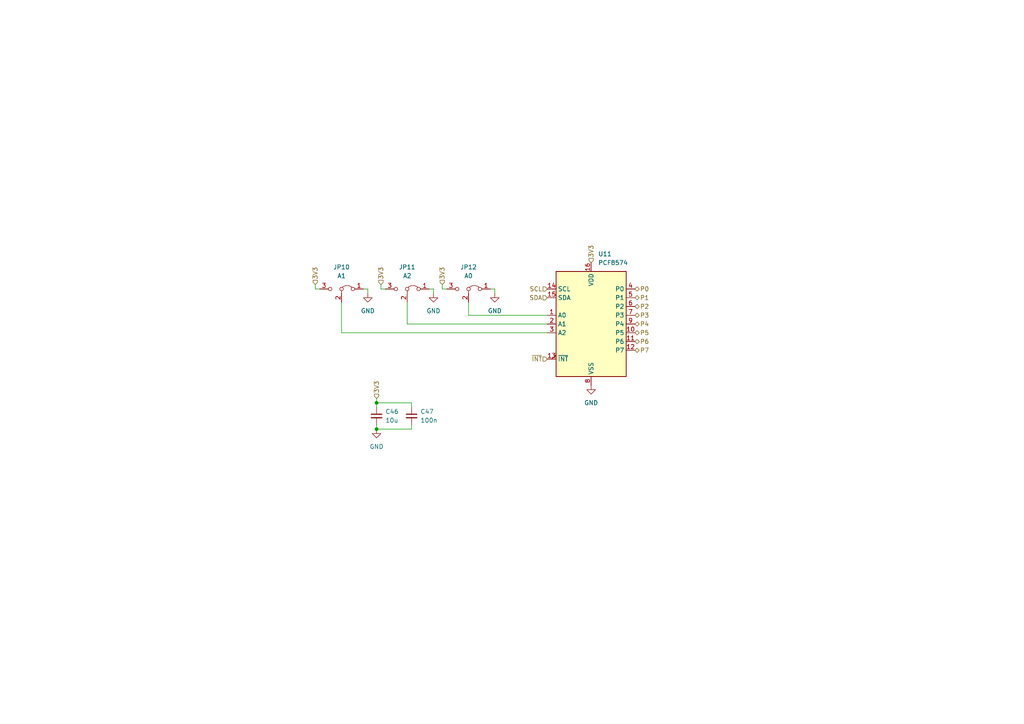
<source format=kicad_sch>
(kicad_sch (version 20211123) (generator eeschema)
  (paper "A4")
  (lib_symbols
    (symbol "Device:C_Small" (pin_numbers hide) (pin_names (offset 0.254) hide)
      (property "Reference" "C" (at 0.254 1.778 0))
      (property "Value" "C_Small" (at 0.254 -2.032 0))
      (symbol "C_Small_0_1"
        (polyline (pts (xy -1.524 -0.508) (xy 1.524 -0.508)) (stroke (width 0.3302)))
        (polyline (pts (xy -1.524 0.508) (xy 1.524 0.508)) (stroke (width 0.3048)))
      )
      (symbol "C_Small_1_1"
        (pin passive line (at 0 2.54 270) (length 2.032) (name "~") (number "1"))
        (pin passive line (at 0 -2.54 90) (length 2.032) (name "~") (number "2"))
      )
    )
    (symbol "Interface_Expansion:PCF8574"
      (property "Reference" "U" (at -8.89 16.51 0))
      (property "Value" "PCF8574" (at 2.54 16.51 0))
      (symbol "PCF8574_0_1"
        (rectangle (start -10.16 15.24) (end 10.16 -15.24) (stroke (width 0.254)) (fill (type background)))
      )
      (symbol "PCF8574_1_1"
        (pin input line (at -12.7 2.54 0) (length 2.54) (name "A0") (number "1"))
        (pin bidirectional line (at 12.7 -2.54 180) (length 2.54) (name "P5") (number "10"))
        (pin bidirectional line (at 12.7 -5.08 180) (length 2.54) (name "P6") (number "11"))
        (pin bidirectional line (at 12.7 -7.62 180) (length 2.54) (name "P7") (number "12"))
        (pin open_collector output_low (at -12.7 -10.16 0) (length 2.54) (name "~{INT}") (number "13"))
        (pin input line (at -12.7 10.16 0) (length 2.54) (name "SCL") (number "14"))
        (pin bidirectional line (at -12.7 7.62 0) (length 2.54) (name "SDA") (number "15"))
        (pin power_in line (at 0 17.78 270) (length 2.54) (name "VDD") (number "16"))
        (pin input line (at -12.7 0 0) (length 2.54) (name "A1") (number "2"))
        (pin input line (at -12.7 -2.54 0) (length 2.54) (name "A2") (number "3"))
        (pin bidirectional line (at 12.7 10.16 180) (length 2.54) (name "P0") (number "4"))
        (pin bidirectional line (at 12.7 7.62 180) (length 2.54) (name "P1") (number "5"))
        (pin bidirectional line (at 12.7 5.08 180) (length 2.54) (name "P2") (number "6"))
        (pin bidirectional line (at 12.7 2.54 180) (length 2.54) (name "P3") (number "7"))
        (pin power_in line (at 0 -17.78 90) (length 2.54) (name "VSS") (number "8"))
        (pin bidirectional line (at 12.7 0 180) (length 2.54) (name "P4") (number "9"))
      )
    )
    (symbol "Jumper:Jumper_3_Bridged12" (pin_names (offset 0) hide)
      (property "Reference" "JP" (at -2.54 -2.54 0))
      (property "Value" "Jumper_3_Bridged12" (at 0 2.794 0))
      (symbol "Jumper_3_Bridged12_0_0"
        (circle (center -3.302 0) (radius 0.508))
        (circle (center 0 0) (radius 0.508))
        (circle (center 3.302 0) (radius 0.508))
      )
      (symbol "Jumper_3_Bridged12_0_1"
        (arc (start -0.254 0.508) (mid -1.651 0.9912) (end -3.048 0.508))
        (polyline (pts (xy 0 -1.27) (xy 0 -0.508)))
      )
      (symbol "Jumper_3_Bridged12_1_1"
        (pin passive line (at -6.35 0 0) (length 2.54) (name "A") (number "1"))
        (pin passive line (at 0 -3.81 90) (length 2.54) (name "C") (number "2"))
        (pin passive line (at 6.35 0 180) (length 2.54) (name "B") (number "3"))
      )
    )
    (symbol "power:GND" (power) (pin_names (offset 0))
      (property "Value" "GND" (at 0 -3.81 0))
      (symbol "GND_0_1"
        (polyline (pts (xy 0 0) (xy 0 -1.27) (xy 1.27 -1.27) (xy 0 -2.54) (xy -1.27 -1.27) (xy 0 -1.27)))
      )
      (symbol "GND_1_1"
        (pin power_in line (at 0 0 270) (length 0) hide (name "GND") (number "1"))
      )
    )
  )
  (junction (at 109.22 124.46))
  (junction (at 109.22 116.84))
  (wire (pts (xy 135.89 91.44) (xy 158.75 91.44)))
  (wire (pts (xy 109.22 124.46) (xy 119.38 124.46)))
  (wire (pts (xy 125.73 83.82) (xy 125.73 85.09)))
  (wire (pts (xy 91.44 83.82) (xy 92.71 83.82)))
  (wire (pts (xy 135.89 87.63) (xy 135.89 91.44)))
  (wire (pts (xy 99.06 87.63) (xy 99.06 96.52)))
  (wire (pts (xy 118.11 93.98) (xy 118.11 87.63)))
  (wire (pts (xy 109.22 123.19) (xy 109.22 124.46)))
  (wire (pts (xy 110.49 83.82) (xy 111.76 83.82)))
  (wire (pts (xy 124.46 83.82) (xy 125.73 83.82)))
  (wire (pts (xy 119.38 124.46) (xy 119.38 123.19)))
  (wire (pts (xy 109.22 116.84) (xy 109.22 118.11)))
  (wire (pts (xy 109.22 115.57) (xy 109.22 116.84)))
  (wire (pts (xy 105.41 83.82) (xy 106.68 83.82)))
  (wire (pts (xy 128.27 82.55) (xy 128.27 83.82)))
  (wire (pts (xy 110.49 82.55) (xy 110.49 83.82)))
  (wire (pts (xy 119.38 116.84) (xy 109.22 116.84)))
  (wire (pts (xy 91.44 82.55) (xy 91.44 83.82)))
  (wire (pts (xy 106.68 83.82) (xy 106.68 85.09)))
  (wire (pts (xy 128.27 83.82) (xy 129.54 83.82)))
  (wire (pts (xy 158.75 93.98) (xy 118.11 93.98)))
  (wire (pts (xy 143.51 83.82) (xy 143.51 85.09)))
  (wire (pts (xy 119.38 118.11) (xy 119.38 116.84)))
  (wire (pts (xy 99.06 96.52) (xy 158.75 96.52)))
  (wire (pts (xy 142.24 83.82) (xy 143.51 83.82)))
  (hierarchical_label "P2" (shape bidirectional) (at 184.15 88.9 0))
  (hierarchical_label "3V3" (shape input) (at 91.44 82.55 90))
  (hierarchical_label "SCL" (shape input) (at 158.75 83.82 180))
  (hierarchical_label "3V3" (shape input) (at 110.49 82.55 90))
  (hierarchical_label "P7" (shape bidirectional) (at 184.15 101.6 0))
  (hierarchical_label "P5" (shape bidirectional) (at 184.15 96.52 0))
  (hierarchical_label "3V3" (shape input) (at 128.27 82.55 90))
  (hierarchical_label "3V3" (shape input) (at 109.22 115.57 90))
  (hierarchical_label "3V3" (shape input) (at 171.45 76.2 90))
  (hierarchical_label "P3" (shape bidirectional) (at 184.15 91.44 0))
  (hierarchical_label "P0" (shape bidirectional) (at 184.15 83.82 0))
  (hierarchical_label "P4" (shape bidirectional) (at 184.15 93.98 0))
  (hierarchical_label "P1" (shape bidirectional) (at 184.15 86.36 0))
  (hierarchical_label "SDA" (shape input) (at 158.75 86.36 180))
  (hierarchical_label "P6" (shape bidirectional) (at 184.15 99.06 0))
  (hierarchical_label "~{INT}" (shape input) (at 158.75 104.14 180))
  (symbol (lib_id "Device:C_Small") (at 109.22 120.65 0) (unit 1)
    (property "Reference" "C46" (at 111.76 119.3862 0) (effects (justify left)))
    (property "Value" "10u" (at 111.76 121.9262 0) (effects (justify left)))
  )
  (symbol (lib_id "power:GND") (at 125.73 85.09 0) (unit 1)
    (property "Reference" "#PWR066" (effects hide))
    (property "Value" "GND" (at 125.73 90.17 0))
  )
  (symbol (lib_id "power:GND") (at 143.51 85.09 0) (unit 1)
    (property "Reference" "#PWR067" (effects hide))
    (property "Value" "GND" (at 143.51 90.17 0))
  )
  (symbol (lib_id "Interface_Expansion:PCF8574") (at 171.45 93.98 0) (unit 1)
    (property "Reference" "U11" (at 173.4694 73.66 0) (effects (justify left)))
    (property "Value" "PCF8574" (at 173.4694 76.2 0) (effects (justify left)))
    (property "Datasheet" "https://www.mouser.de/datasheet/2/302/PCF8574_PCF8574A-1127673.pdf" (effects hide))
  )
  (symbol (lib_id "Jumper:Jumper_3_Bridged12") (at 118.11 83.82 0) (mirror y) (unit 1)
    (property "Reference" "JP11" (at 118.11 77.47 0))
    (property "Value" "A2" (at 118.11 80.01 0))
  )
  (symbol (lib_id "power:GND") (at 171.45 111.76 0) (unit 1)
    (property "Reference" "#PWR068" (effects hide))
    (property "Value" "GND" (at 171.45 116.84 0))
  )
  (symbol (lib_id "power:GND") (at 106.68 85.09 0) (unit 1)
    (property "Reference" "#PWR064" (effects hide))
    (property "Value" "GND" (at 106.68 90.17 0))
  )
  (symbol (lib_id "power:GND") (at 109.22 124.46 0) (unit 1)
    (property "Reference" "#PWR065" (effects hide))
    (property "Value" "GND" (at 109.22 129.54 0))
  )
  (symbol (lib_id "Jumper:Jumper_3_Bridged12") (at 135.89 83.82 0) (mirror y) (unit 1)
    (property "Reference" "JP12" (at 135.89 77.47 0))
    (property "Value" "A0" (at 135.89 80.01 0))
  )
  (symbol (lib_id "Jumper:Jumper_3_Bridged12") (at 99.06 83.82 0) (mirror y) (unit 1)
    (property "Reference" "JP10" (at 99.06 77.47 0))
    (property "Value" "A1" (at 99.06 80.01 0))
  )
  (symbol (lib_id "Device:C_Small") (at 119.38 120.65 0) (unit 1)
    (property "Reference" "C47" (at 121.92 119.3862 0) (effects (justify left)))
    (property "Value" "100n" (at 121.92 121.9262 0) (effects (justify left)))
  )
)
</source>
